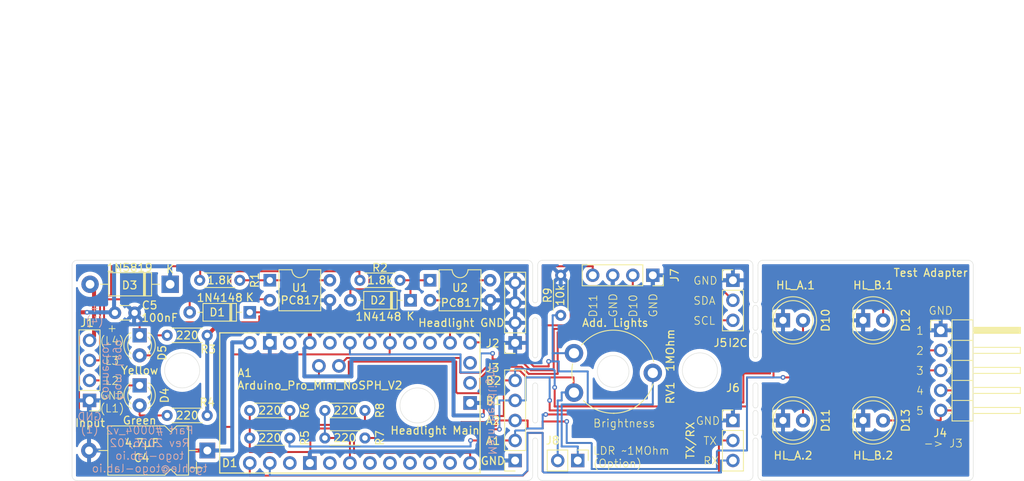
<source format=kicad_pcb>
(kicad_pcb
	(version 20240108)
	(generator "pcbnew")
	(generator_version "8.0")
	(general
		(thickness 1.6)
		(legacy_teardrops no)
	)
	(paper "A4")
	(title_block
		(title "DenshaBekutoru 電車ベクトル (Train Vector)")
		(date "2026-02-24")
		(rev "2")
		(company "ToGo-Lab")
		(comment 1 "- https://togo-lab.io/")
		(comment 2 "- Email: tgohle@togo-lab.io")
		(comment 3 "Thomas Gohle")
	)
	(layers
		(0 "F.Cu" signal)
		(31 "B.Cu" signal)
		(32 "B.Adhes" user "B.Adhesive")
		(33 "F.Adhes" user "F.Adhesive")
		(34 "B.Paste" user)
		(35 "F.Paste" user)
		(36 "B.SilkS" user "B.Silkscreen")
		(37 "F.SilkS" user "F.Silkscreen")
		(38 "B.Mask" user)
		(39 "F.Mask" user)
		(40 "Dwgs.User" user "User.Drawings")
		(41 "Cmts.User" user "User.Comments")
		(42 "Eco1.User" user "User.Eco1")
		(43 "Eco2.User" user "User.Eco2")
		(44 "Edge.Cuts" user)
		(45 "Margin" user)
		(46 "B.CrtYd" user "B.Courtyard")
		(47 "F.CrtYd" user "F.Courtyard")
		(48 "B.Fab" user)
		(49 "F.Fab" user)
		(50 "User.1" user "Help Lines")
	)
	(setup
		(stackup
			(layer "F.SilkS"
				(type "Top Silk Screen")
			)
			(layer "F.Paste"
				(type "Top Solder Paste")
			)
			(layer "F.Mask"
				(type "Top Solder Mask")
				(thickness 0.01)
			)
			(layer "F.Cu"
				(type "copper")
				(thickness 0.035)
			)
			(layer "dielectric 1"
				(type "core")
				(thickness 1.51)
				(material "FR4")
				(epsilon_r 4.5)
				(loss_tangent 0.02)
			)
			(layer "B.Cu"
				(type "copper")
				(thickness 0.035)
			)
			(layer "B.Mask"
				(type "Bottom Solder Mask")
				(thickness 0.01)
			)
			(layer "B.Paste"
				(type "Bottom Solder Paste")
			)
			(layer "B.SilkS"
				(type "Bottom Silk Screen")
			)
			(copper_finish "None")
			(dielectric_constraints no)
		)
		(pad_to_mask_clearance 0)
		(allow_soldermask_bridges_in_footprints no)
		(grid_origin 95.25 123.19)
		(pcbplotparams
			(layerselection 0x003ffff_ffffffff)
			(plot_on_all_layers_selection 0x0000000_00000000)
			(disableapertmacros no)
			(usegerberextensions no)
			(usegerberattributes yes)
			(usegerberadvancedattributes yes)
			(creategerberjobfile yes)
			(dashed_line_dash_ratio 12.000000)
			(dashed_line_gap_ratio 3.000000)
			(svgprecision 4)
			(plotframeref no)
			(viasonmask no)
			(mode 1)
			(useauxorigin no)
			(hpglpennumber 1)
			(hpglpenspeed 20)
			(hpglpendiameter 15.000000)
			(pdf_front_fp_property_popups yes)
			(pdf_back_fp_property_popups yes)
			(dxfpolygonmode yes)
			(dxfimperialunits yes)
			(dxfusepcbnewfont yes)
			(psnegative no)
			(psa4output no)
			(plotreference yes)
			(plotvalue yes)
			(plotfptext yes)
			(plotinvisibletext no)
			(sketchpadsonfab no)
			(subtractmaskfromsilk no)
			(outputformat 4)
			(mirror no)
			(drillshape 0)
			(scaleselection 1)
			(outputdirectory "/home/tgohle/Desktop/git/ToGo-Lab/0004-DenshaBekutoru/KiCad/0004-DenshaBekutoru_PCB_v0.2/")
		)
	)
	(net 0 "")
	(net 1 "Net-(A1-D3_INT1)")
	(net 2 "unconnected-(A1-PadA6)")
	(net 3 "Net-(A1-D11_MOSI)")
	(net 4 "unconnected-(A1-PadD4)")
	(net 5 "unconnected-(A1-PadA7)")
	(net 6 "unconnected-(A1-D13_SCK-PadD13)")
	(net 7 "unconnected-(A1-PadD5)")
	(net 8 "unconnected-(A1-RESET-PadRST1)")
	(net 9 "Net-(A1-D10_CS)")
	(net 10 "Net-(A1-PadD9)")
	(net 11 "unconnected-(A1-PadD7)")
	(net 12 "unconnected-(A1-PadA3)")
	(net 13 "Net-(D3-K)")
	(net 14 "unconnected-(A1-D2_INT0-PadD2)")
	(net 15 "Net-(J8-Pin_1)")
	(net 16 "GND")
	(net 17 "Net-(A1-Vcc)")
	(net 18 "unconnected-(A1-PadD6)")
	(net 19 "unconnected-(A1-D12_MISO-PadD12)")
	(net 20 "unconnected-(A1-RESET-PadRST2)")
	(net 21 "unconnected-(A1-PadD8)")
	(net 22 "Net-(D1-A)")
	(net 23 "Net-(D1-K)")
	(net 24 "Net-(D2-K)")
	(net 25 "Net-(D2-A)")
	(net 26 "Net-(D3-A)")
	(net 27 "Net-(D4-K)")
	(net 28 "Net-(D5-K)")
	(net 29 "Net-(D4-A)")
	(net 30 "Net-(D5-A)")
	(net 31 "Net-(D10-A)")
	(net 32 "Net-(D11-A)")
	(net 33 "Net-(D12-A)")
	(net 34 "Net-(D13-A)")
	(net 35 "Net-(A1-A4{slash}SDA)")
	(net 36 "Net-(A1-A5{slash}SCL)")
	(net 37 "Net-(A1-D0{slash}RX)")
	(net 38 "Net-(A1-D1{slash}TX)")
	(footprint "Capacitor_THT:CP_Axial_L10.0mm_D6.0mm_P15.00mm_Horizontal" (layer "F.Cu") (at 112.409 119.38 180))
	(footprint "LED_THT:LED_D5.0mm_Clear" (layer "F.Cu") (at 185.42 115.57))
	(footprint "Resistor_THT:R_Axial_DIN0204_L3.6mm_D1.6mm_P5.08mm_Horizontal" (layer "F.Cu") (at 132.3975 117.7925 180))
	(footprint "Connector_PinSocket_2.54mm:PinSocket_1x04_P2.54mm_Vertical" (layer "F.Cu") (at 168.91 97.155 -90))
	(footprint "Diode_THT:D_DO-35_SOD27_P7.62mm_Horizontal" (layer "F.Cu") (at 117.7925 101.854 180))
	(footprint "LED_THT:LED_D3.0mm" (layer "F.Cu") (at 103.8225 111.125 -90))
	(footprint "Connector_PinHeader_2.54mm:PinHeader_1x03_P2.54mm_Vertical" (layer "F.Cu") (at 179.07 115.57))
	(footprint "Capacitor_THT:C_Disc_D3.0mm_W1.6mm_P2.50mm" (layer "F.Cu") (at 100.6875 101.9175))
	(footprint "Connector_PinSocket_2.54mm:PinSocket_1x04_P2.54mm_Vertical" (layer "F.Cu") (at 151.4475 105.7275 180))
	(footprint "LED_THT:LED_D5.0mm_Clear" (layer "F.Cu") (at 185.42 102.87))
	(footprint "arduino-library:Arduino_Pro_Mini_Socket_NoSPH_V2" (layer "F.Cu") (at 130.4925 113.3475 90))
	(footprint "Diode_THT:D_DO-35_SOD27_P7.62mm_Horizontal" (layer "F.Cu") (at 138.176 100.33 180))
	(footprint "Resistor_THT:R_Axial_DIN0204_L3.6mm_D1.6mm_P5.08mm_Horizontal" (layer "F.Cu") (at 107.315 114.935))
	(footprint "Connector_PinHeader_2.54mm:PinHeader_1x05_P2.54mm_Horizontal" (layer "F.Cu") (at 205.4225 104.14))
	(footprint "Resistor_THT:R_Axial_DIN0204_L3.6mm_D1.6mm_P5.08mm_Horizontal" (layer "F.Cu") (at 112.395 104.775 180))
	(footprint "Connector_PinSocket_2.54mm:PinSocket_1x05_P2.54mm_Vertical" (layer "F.Cu") (at 151.4475 120.65 180))
	(footprint "Package_DIP:DIP-4_W7.62mm" (layer "F.Cu") (at 120.3325 97.785))
	(footprint "Diode_THT:D_DO-41_SOD81_P10.16mm_Horizontal" (layer "F.Cu") (at 107.696 98.298 180))
	(footprint "Connector_PinHeader_2.54mm:PinHeader_1x03_P2.54mm_Vertical" (layer "F.Cu") (at 179.07 97.79))
	(footprint "Resistor_THT:R_Axial_DIN0204_L3.6mm_D1.6mm_P5.08mm_Horizontal" (layer "F.Cu") (at 157.226 97.155 -90))
	(footprint "Package_DIP:DIP-4_W7.62mm" (layer "F.Cu") (at 140.6525 97.79))
	(footprint "Resistor_THT:R_Axial_DIN0204_L3.6mm_D1.6mm_P5.08mm_Horizontal" (layer "F.Cu") (at 111.4425 97.79))
	(footprint "Resistor_THT:R_Axial_DIN0204_L3.6mm_D1.6mm_P5.08mm_Horizontal" (layer "F.Cu") (at 122.8725 114.3 180))
	(footprint "LED_THT:LED_D5.0mm_Clear" (layer "F.Cu") (at 195.58 115.57))
	(footprint "Connector_PinHeader_2.54mm:PinHeader_1x02_P2.54mm_Vertical" (layer "F.Cu") (at 159.39 120.65 -90))
	(footprint "LED_THT:LED_D3.0mm" (layer "F.Cu") (at 103.8225 104.775 -90))
	(footprint "Resistor_THT:R_Axial_DIN0204_L3.6mm_D1.6mm_P5.08mm_Horizontal" (layer "F.Cu") (at 122.8725 117.7925 180))
	(footprint "LED_THT:LED_D5.0mm_Clear"
		(layer "F.Cu")
		(uuid "d9d3c5d5-70df-4a99-bdea-62d6c62c1ec0")
		(at 195.58 102.87)
		(descr "LED, diameter 5.0mm, 2 pins, clear, http://cdn-reichelt.de/documents/datenblatt/A500/LL-504BC2E-009.pdf, generated by kicad-footprint-generator")
		(tags "LED")
		(property "Reference" "D12"
			(at 5.3975 0 90)
			(layer "F.SilkS")
			(uuid "d660013a-ef98-4941-b9c3-53668ac3e908")
			(effects
				(font
					(size 1 1)
					(thickness 0.15)
				)
			)
		)
		(property "Value" "HL_B.1"
			(at 1.27 -4.445 0)
			(layer "F.SilkS")
			(uuid "b41cd8bb-1575-435b-b374-2a87a033c642")
			(effects
				(font
					(size 1 1)
					(thickness 0.15)
				)
			)
		)
		(property "Footprint" "LED_THT:LED_D5.0mm_Clear"
			(at 0 0 0)
			(layer "F.Fab")
			(hide yes)
			(uuid "989eb4f5-2041-45d1-8b66-1d619546efb2")
			(effects
				(font
					(size 1.27 1.27)
					(thickness 0.15)
				)
			)
		)
		(property "Datasheet" ""
			(at 0 0 0)
			(layer "F.Fab")
			(hide yes)
			(uuid "db16ba5f-dedf-464b-beaa-586a58da2c1c")
			(effects
				(font
					(size 1.27 1.27)
					(thickness 0.15)
				)
			)
		)
		(property "Description" "Light emitting diode"
			(at 0 0 0)
			(layer "F.Fab")
			(hide yes)
			(uuid "0ab733c7-a5c1-4df9-b75a-35c8fee0b903")
			(effects
				(font
					(size 1.27 1.27)
					(thickness 0.15)
				)
			)
		)
		(property ki_fp_filters "LED* LED_SMD:* LED_THT:*")
		(path "/862ea019-71c1-40a2-b76a-2953faaf1ae6")
		(sheetname "Root")
		(sheetfile "0004-DenshaBekutoru_v0.2.kicad_sch")
		(attr through_hole)
		(fp_line
			(start -1.29 -1.545)
			(end -1.29 1.545)
			(stroke
				(width 0.12)
				(type solid)
			)
			(layer "F.SilkS")
			(uuid "f745ecb2-2576-4967-a33b-70e0aa87e0ea")
		)
		(fp_arc
			(start -1.29 -1.54483)
			(mid 2.071756 -2.880501)
			(end 4.26 -0.000048)
			(stroke
				(width 0.12)
				(type solid)
			)
			(layer "F.SilkS")
			(uuid "dd66b83e-6711-4daa-97aa-17c966f5f6c6")
		)
		(fp_arc
			(start 4.26 0.000048)
			(mid 2.071756 2.880501)
			(end -1.29 1.54483)
			(stroke
				(width 0.12)
				(type solid)
			)
			(layer "F.SilkS")
			(uuid "43f98053-53b3-4634-8bdf-e33d2d725569")
		)
		(fp_circle
			(center 1.27 0)
			(end 3.77 0)
			(stroke
				(width 0.12)
				(type solid)
			)
			(fill none)
			(layer "F.SilkS")
			(uuid "1126d528-3041-439d-b846-955d52c43095")
		)
		(fp_line
			(start -1.94 -3.21)
			(end -1.94 3.21)
			(stroke
				(width 0.05)
				(type solid)
			)
			(layer "F.CrtYd")
			(uuid "1fc53f88-08af-464d-9e54-23e2b2486bf2")
		)
		(fp_line
			(start -1.94 3.21)
			(end 4.49 3.21)
			(stroke
				(width 0.05)
				(type solid)
			)
			(layer "F.CrtYd")
			(uuid "978cd64e-dddf-4a2c-a2f0-3cc4444267bb")
		)
		(fp_line
			(start 4.49 -3.21)
			(end -1.94 -3.21)
			(stroke
				(width 0.05)
				(type solid)
			)
			(layer "F.CrtYd")
			(uuid "80dcdad9-6803-464a-86fb-e3aa9dc13b15")
		)
		(fp_line
			(start 4.49 3.21)
			(end 4.49 -3.21)
			(stroke
				(width 0.05)
				(type solid)
			)
			(layer "F.CrtYd")
			(uuid "09b51d5e-c052-4c42-8ff2-2f255e56dd32")
		)
		(fp_line
			(start -1.23 -1.469694)
			(end -1.23 1.469694)
			(stroke
				(width 0.1)
				(type solid)
			)
			(layer "F.Fab")
			(uuid "ca0b9cb0-c079-4c98-88cd-bc1bddc4deb2")
		)
		(fp_arc
			(start -1.23 -1.469694)
			(mid 4.17 -0.000045)
			(end -1.229954 1.469772)
			(stroke
				(width 0.1)
				(type solid)
			)
			(layer "F.Fab")
			(uuid "8c17f093-2795-443a-b421-82e8d355eb35")
		)
		(fp_circle
			(center 1.27 0)
			(end 3.77 0)
			(stroke
				(width 0.1)
				(type solid)
			)
			(fill none)
			(layer "F.Fab")
			(uuid "807d3594-c6de-4b95-8a2e-7a663232a113")
		)
		(pad "1" thru_hole rect
			(at 0 0)
			(size 1.8 1.8)
			(drill 0.9)
			(layers "*.Cu" "*.Mask" "In1.Cu" "In2.Cu" "In3.Cu" "In4.Cu" "In5.Cu" "In6.Cu"
				"In7.Cu" "In8.Cu" "In9.Cu" "In10.Cu" "In11.Cu" "In12.Cu" "In13.Cu" "In14.Cu"
				"In15.Cu" "In16.Cu" "In17.Cu" "In18.Cu" "In19.Cu" "In20.Cu" "In21.Cu"
				"In22.Cu" "In23.Cu" "In24.Cu" "In25.Cu" "In26.Cu" "In27.Cu" "In28.Cu"
				"In29.Cu" "In30.Cu"
			)
			(remove_unused_layers no)
			(net 16 "GND")
			(pinfunction "K")
			(pintype "passive")
			(uuid "ff23a54b-4351-49af-8984-3f54017b86d6")
		)
		(pad "2" thru_hole circle
			(at 2.54 0)
			(size 1.8 1.8)
			(drill 0.9)
			(layers "*.Cu" "*.Mask" "In1.Cu" "In2.Cu" "In3.Cu" "In4.Cu" "In5.Cu" "In6.Cu"
				"In7.Cu" "In8.Cu" "In9.Cu" "In10.Cu" "In11.Cu" "In12.Cu" "In13.Cu" "In14.Cu"
				"In15.Cu" "In16.Cu" "In17.Cu" "In18.Cu" "In19.Cu" "In20.Cu" "In21.Cu"
				"In22.Cu" "In23.Cu" "In24.Cu" "In25.Cu" "In26.Cu" "In27.Cu" "In28.Cu"
				"In29.Cu" "In30.Cu"
			)
			(remove_unused_layers no)
			(net 33 "Net-(D12-A)")
			(pinfunction "A")
			(pintype "passive")
			(uuid "6efb95db-0b43-4160-9e77-1c226d5201ef")
		)
		(model "${KICAD8_3DMODEL_DIR}/LED_THT.3dshapes/LED_D5.0mm_Clear.wrl"
			(offset
				(xyz 0 0 0)
			)
			(scale
				(xyz 1 1 1)
			)
			(rota
... [619684 chars truncated]
</source>
